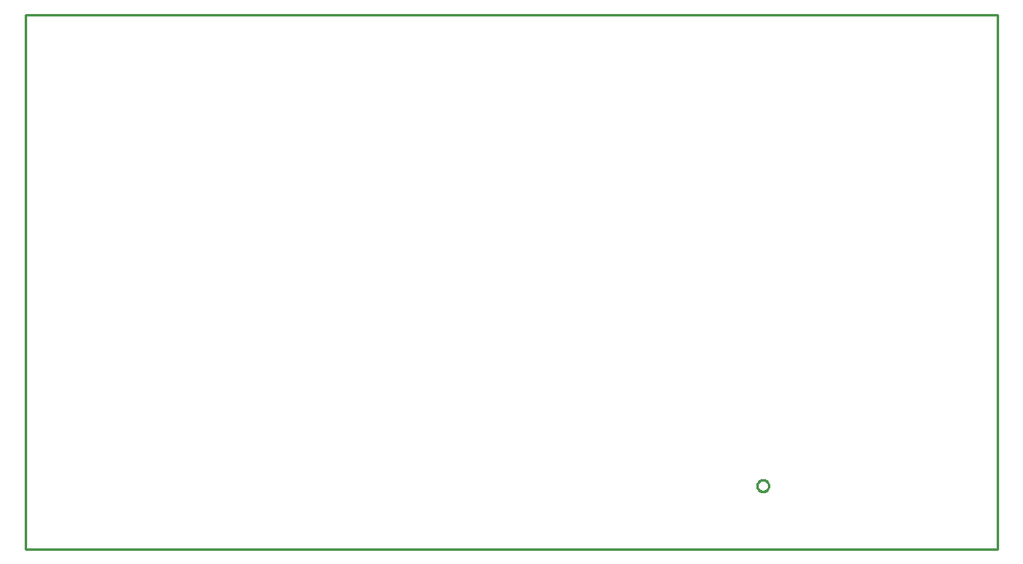
<source format=gbr>
G04 EAGLE Gerber RS-274X export*
G75*
%MOMM*%
%FSLAX34Y34*%
%LPD*%
%IN*%
%IPPOS*%
%AMOC8*
5,1,8,0,0,1.08239X$1,22.5*%
G01*
%ADD10C,0.254000*%


D10*
X0Y0D02*
X1000000Y0D01*
X1000000Y550000D01*
X0Y550000D01*
X0Y0D01*
X752500Y65734D02*
X752575Y66398D01*
X752724Y67050D01*
X752944Y67681D01*
X753234Y68283D01*
X753590Y68849D01*
X754006Y69371D01*
X754479Y69844D01*
X755001Y70260D01*
X755567Y70616D01*
X756169Y70906D01*
X756800Y71126D01*
X757452Y71275D01*
X758116Y71350D01*
X758784Y71350D01*
X759448Y71275D01*
X760100Y71126D01*
X760731Y70906D01*
X761333Y70616D01*
X761899Y70260D01*
X762421Y69844D01*
X762894Y69371D01*
X763310Y68849D01*
X763666Y68283D01*
X763956Y67681D01*
X764176Y67050D01*
X764325Y66398D01*
X764400Y65734D01*
X764400Y65066D01*
X764325Y64402D01*
X764176Y63750D01*
X763956Y63119D01*
X763666Y62517D01*
X763310Y61951D01*
X762894Y61429D01*
X762421Y60956D01*
X761899Y60540D01*
X761333Y60184D01*
X760731Y59894D01*
X760100Y59674D01*
X759448Y59525D01*
X758784Y59450D01*
X758116Y59450D01*
X757452Y59525D01*
X756800Y59674D01*
X756169Y59894D01*
X755567Y60184D01*
X755001Y60540D01*
X754479Y60956D01*
X754006Y61429D01*
X753590Y61951D01*
X753234Y62517D01*
X752944Y63119D01*
X752724Y63750D01*
X752575Y64402D01*
X752500Y65066D01*
X752500Y65734D01*
M02*

</source>
